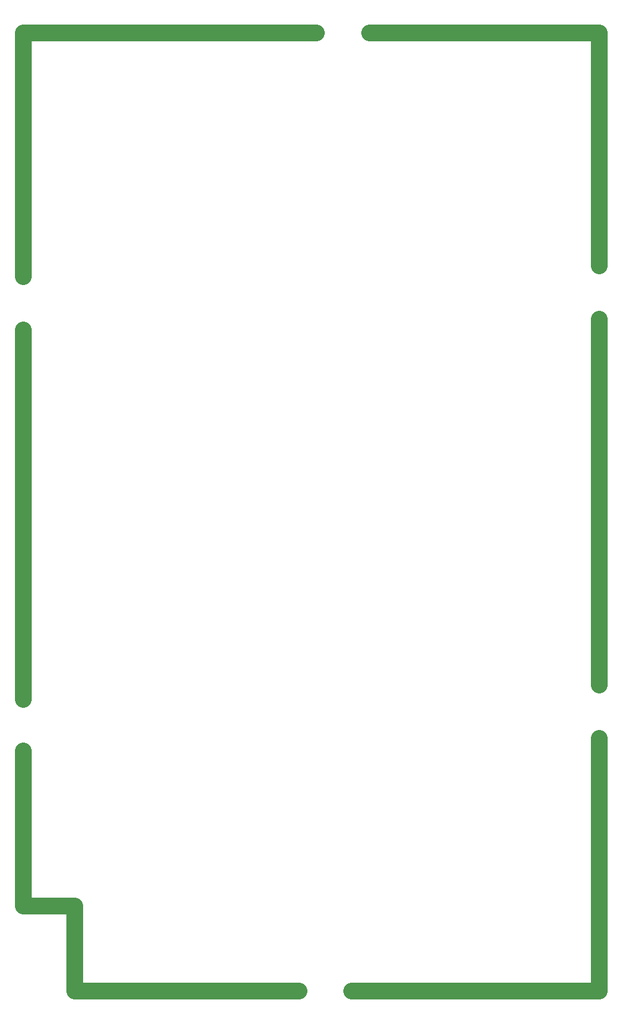
<source format=gbr>
G04 #@! TF.FileFunction,Other,ECO1*
%FSLAX46Y46*%
G04 Gerber Fmt 4.6, Leading zero omitted, Abs format (unit mm)*
G04 Created by KiCad (PCBNEW 4.0.6) date 07/19/17 23:08:42*
%MOMM*%
%LPD*%
G01*
G04 APERTURE LIST*
%ADD10C,0.100000*%
%ADD11C,2.400000*%
G04 APERTURE END LIST*
D10*
D11*
X128750000Y-134000000D02*
X128750000Y-82250000D01*
X128750000Y-177250000D02*
X128750000Y-141500000D01*
X93750000Y-177250000D02*
X128750000Y-177250000D01*
X54500000Y-177250000D02*
X86250000Y-177250000D01*
X47250000Y-165250000D02*
X54500000Y-165250000D01*
X96250000Y-41750000D02*
X128750000Y-41750000D01*
X47250000Y-41750000D02*
X88750000Y-41750000D01*
X128750000Y-74750000D02*
X128750000Y-41750000D01*
X54500000Y-177250000D02*
X54500000Y-165250000D01*
X47250000Y-165250000D02*
X47250000Y-143250000D01*
X47250000Y-76250000D02*
X47250000Y-41750000D01*
X47250000Y-136000000D02*
X47250000Y-83750000D01*
M02*

</source>
